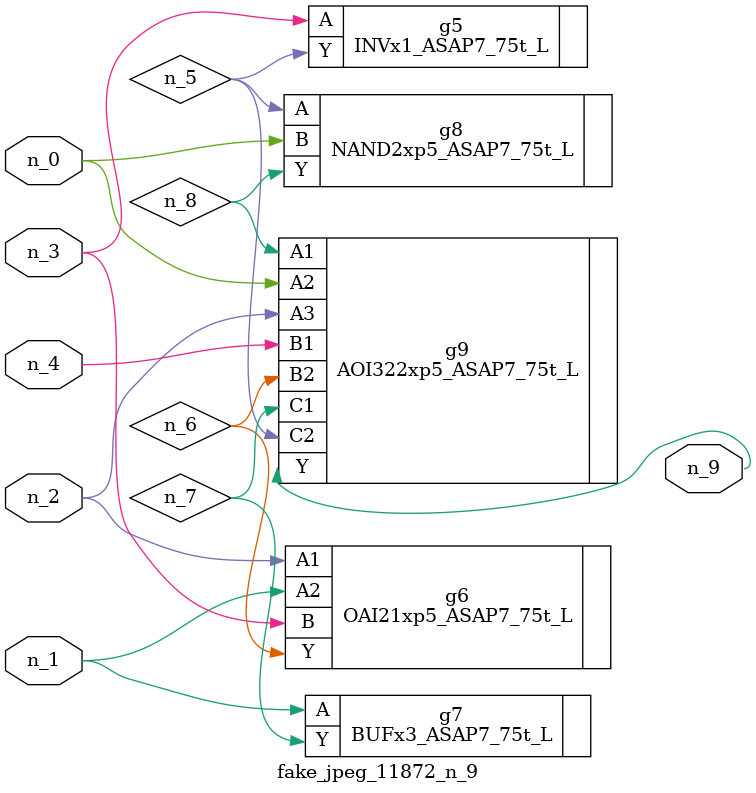
<source format=v>
module fake_jpeg_11872_n_9 (n_3, n_2, n_1, n_0, n_4, n_9);

input n_3;
input n_2;
input n_1;
input n_0;
input n_4;

output n_9;

wire n_8;
wire n_6;
wire n_5;
wire n_7;

INVx1_ASAP7_75t_L g5 ( 
.A(n_3),
.Y(n_5)
);

OAI21xp5_ASAP7_75t_L g6 ( 
.A1(n_2),
.A2(n_1),
.B(n_3),
.Y(n_6)
);

BUFx3_ASAP7_75t_L g7 ( 
.A(n_1),
.Y(n_7)
);

NAND2xp5_ASAP7_75t_L g8 ( 
.A(n_5),
.B(n_0),
.Y(n_8)
);

AOI322xp5_ASAP7_75t_L g9 ( 
.A1(n_8),
.A2(n_0),
.A3(n_2),
.B1(n_4),
.B2(n_6),
.C1(n_7),
.C2(n_5),
.Y(n_9)
);


endmodule
</source>
